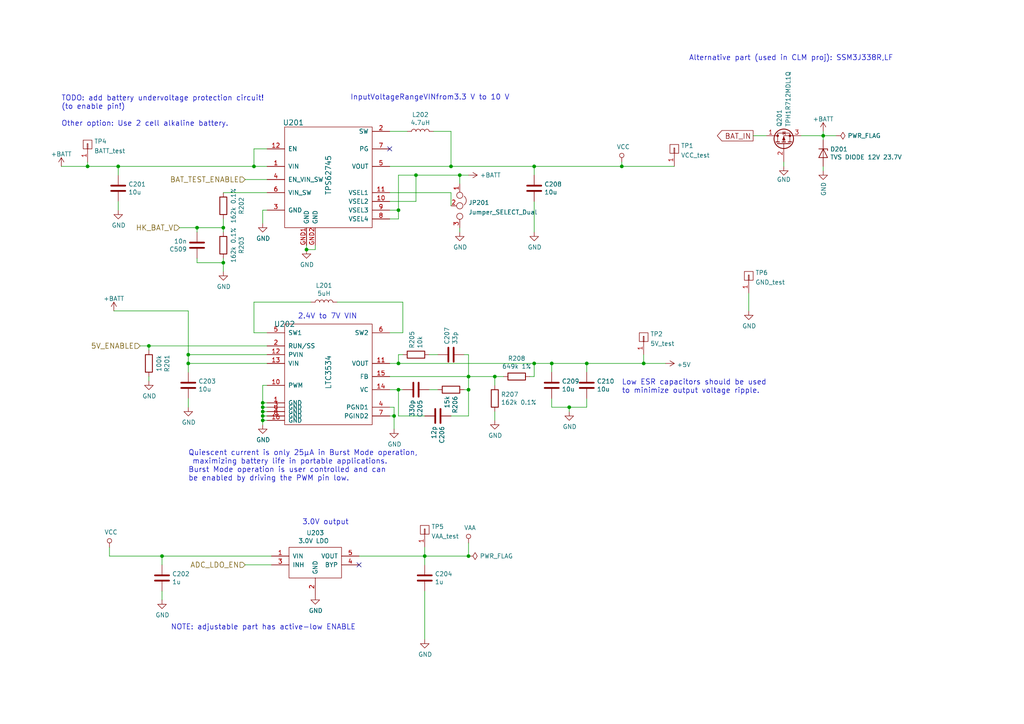
<source format=kicad_sch>
(kicad_sch (version 20211123) (generator eeschema)
  (paper "A4")
  (title_block (title "NB2-MAIN") (date "2022-01-30") (rev "3.2") (company "Octanis Instruments GmbH"))
  (lib_symbols
    (symbol "Device:D_Zener" (pin_numbers hide) (pin_names (offset 1.016) hide)
      (property "Reference" "D" (at 0 2.54 0))
      (property "Value" "Device_D_Zener" (at 0 -2.54 0))
      (symbol "D_Zener_0_1"
        (polyline (pts (xy 1.27 0) (xy -1.27 0)))
        (polyline (pts (xy -1.27 -1.27) (xy -1.27 1.27) (xy -0.762 1.27)) (stroke (width 0.2032)))
        (polyline (pts (xy 1.27 -1.27) (xy 1.27 1.27) (xy -1.27 0) (xy 1.27 -1.27)) (stroke (width 0.2032)))
      )
      (symbol "D_Zener_1_1"
        (pin passive line (at -3.81 0 0) (length 2.54) (name "K") (number "1"))
        (pin passive line (at 3.81 0 180) (length 2.54) (name "A") (number "2"))
      )
    )
    (symbol "Nestbox_v2-rescue:+5V-power1" (power) (pin_names (offset 0))
      (property "Value" "+5V-power1" (at 0 3.556 0))
      (symbol "+5V-power1_0_1"
        (polyline (pts (xy -0.762 1.27) (xy 0 2.54)))
        (polyline (pts (xy 0 0) (xy 0 2.54)))
        (polyline (pts (xy 0 2.54) (xy 0.762 1.27)))
      )
      (symbol "+5V-power1_1_1"
        (pin power_in line (at 0 0 90) (length 0) hide (name "+5V") (number "1"))
      )
    )
    (symbol "Nestbox_v2-rescue:+BATT-power1" (power) (pin_names (offset 0))
      (property "Value" "+BATT-power1" (at 0 3.556 0))
      (symbol "+BATT-power1_0_1"
        (polyline (pts (xy -0.762 1.27) (xy 0 2.54)))
        (polyline (pts (xy 0 0) (xy 0 2.54)))
        (polyline (pts (xy 0 2.54) (xy 0.762 1.27)))
      )
      (symbol "+BATT-power1_1_1"
        (pin power_in line (at 0 0 90) (length 0) hide (name "+BATT") (number "1"))
      )
    )
    (symbol "Nestbox_v2-rescue:C-device" (pin_numbers hide) (pin_names (offset 0.254))
      (property "Reference" "C" (at 0.635 2.54 0))
      (property "Value" "C-device" (at 0.635 -2.54 0))
      (symbol "C-device_0_1"
        (polyline (pts (xy -2.032 -0.762) (xy 2.032 -0.762)) (stroke (width 0.508)))
        (polyline (pts (xy -2.032 0.762) (xy 2.032 0.762)) (stroke (width 0.508)))
      )
      (symbol "C-device_1_1"
        (pin passive line (at 0 3.81 270) (length 2.794) (name "~") (number "1"))
        (pin passive line (at 0 -3.81 90) (length 2.794) (name "~") (number "2"))
      )
    )
    (symbol "Nestbox_v2-rescue:CONN_01X01" (pin_names (offset 1.016) hide)
      (property "Reference" "J" (at 0 2.54 0))
      (property "Value" "CONN_01X01" (at 2.54 0 90))
      (symbol "CONN_01X01_0_1"
        (rectangle (start -1.27 0.127) (end 0.254 -0.127))
        (rectangle (start -1.27 1.27) (end 1.27 -1.27))
      )
      (symbol "CONN_01X01_1_1"
        (pin passive line (at -5.08 0 0) (length 3.81) (name "P1") (number "1"))
      )
    )
    (symbol "Nestbox_v2-rescue:GND-power1" (power) (pin_names (offset 0))
      (property "Value" "GND-power1" (at 0 -3.81 0))
      (symbol "GND-power1_0_1"
        (polyline (pts (xy 0 0) (xy 0 -1.27) (xy 1.27 -1.27) (xy 0 -2.54) (xy -1.27 -1.27) (xy 0 -1.27)))
      )
      (symbol "GND-power1_1_1"
        (pin power_in line (at 0 0 270) (length 0) hide (name "GND") (number "1"))
      )
    )
    (symbol "Nestbox_v2-rescue:L-device" (pin_numbers hide) (pin_names (offset 1.016) hide)
      (property "Reference" "L" (at -1.27 0 90))
      (property "Value" "L-device" (at 1.905 0 90))
      (symbol "L-device_0_1"
        (arc (start 0 -2.54) (mid 0.635 -1.905) (end 0 -1.27))
        (arc (start 0 -1.27) (mid 0.635 -0.635) (end 0 0))
        (arc (start 0 0) (mid 0.635 0.635) (end 0 1.27))
        (arc (start 0 1.27) (mid 0.635 1.905) (end 0 2.54))
      )
      (symbol "L-device_1_1"
        (pin passive line (at 0 3.81 270) (length 1.27) (name "1") (number "1"))
        (pin passive line (at 0 -3.81 90) (length 1.27) (name "2") (number "2"))
      )
    )
    (symbol "Nestbox_v2-rescue:LD3985M" (pin_names (offset 1.016))
      (property "Reference" "U" (at 6.35 -6.35 0))
      (property "Value" "LD3985M" (at 0 5.08 0))
      (symbol "LD3985M_0_1"
        (rectangle (start -7.62 3.81) (end 7.62 -5.08))
      )
      (symbol "LD3985M_1_1"
        (pin input line (at -12.7 1.27 0) (length 5.08) (name "VIN") (number "1"))
        (pin input line (at 0 -10.16 90) (length 5.08) (name "GND") (number "2"))
        (pin input line (at -12.7 -1.27 0) (length 5.08) (name "INH") (number "3"))
        (pin input line (at 12.7 -1.27 180) (length 5.08) (name "BYP") (number "4"))
        (pin input line (at 12.7 1.27 180) (length 5.08) (name "VOUT") (number "5"))
      )
    )
    (symbol "Nestbox_v2-rescue:LTC3534-Octanis3" (pin_names (offset 1.016))
      (property "Reference" "U" (at 0 0 0))
      (property "Value" "LTC3534-Octanis3" (at 12.7 -13.97 90))
      (symbol "LTC3534-Octanis3_0_1"
        (rectangle (start 0 0) (end 25.4 -29.21))
      )
      (symbol "LTC3534-Octanis3_1_1"
        (pin input line (at -5.08 -22.86 0) (length 5.08) (name "GND") (number "1"))
        (pin passive line (at -5.08 -17.78 0) (length 5.08) (name "PWM") (number "10"))
        (pin power_out line (at 30.48 -11.43 180) (length 5.08) (name "VOUT") (number "11"))
        (pin passive line (at -5.08 -8.89 0) (length 5.08) (name "PVIN") (number "12"))
        (pin power_in line (at -5.08 -11.43 0) (length 5.08) (name "VIN") (number "13"))
        (pin power_out line (at 30.48 -19.05 180) (length 5.08) (name "VC") (number "14"))
        (pin input line (at 30.48 -15.24 180) (length 5.08) (name "FB") (number "15"))
        (pin passive line (at -5.08 -27.94 0) (length 5.08) (name "GND") (number "16"))
        (pin input line (at -5.08 -6.35 0) (length 5.08) (name "RUN/SS") (number "2"))
        (pin passive line (at -5.08 -24.13 0) (length 5.08) (name "GND") (number "3"))
        (pin open_collector line (at 30.48 -24.13 180) (length 5.08) (name "PGND1") (number "4"))
        (pin input line (at -5.08 -2.54 0) (length 5.08) (name "SW1") (number "5"))
        (pin passive line (at 30.48 -2.54 180) (length 5.08) (name "SW2") (number "6"))
        (pin passive line (at 30.48 -26.67 180) (length 5.08) (name "PGIND2") (number "7"))
        (pin passive line (at -5.08 -26.67 0) (length 5.08) (name "GND") (number "8"))
        (pin passive line (at -5.08 -25.4 0) (length 5.08) (name "GND") (number "9"))
      )
    )
    (symbol "Nestbox_v2-rescue:Q_PMOS_DGS-device" (pin_names (offset 0) hide)
      (property "Reference" "Q" (at 5.08 1.27 0))
      (property "Value" "Q_PMOS_DGS-device" (at 5.08 -1.27 0))
      (symbol "Q_PMOS_DGS-device_0_1"
        (polyline (pts (xy 0.0508 0) (xy 0.254 0)))
        (polyline (pts (xy 0.762 -1.778) (xy 2.54 -1.778)))
        (polyline (pts (xy 0.762 -1.27) (xy 0.762 -2.286)) (stroke (width 0.254)))
        (polyline (pts (xy 0.762 0) (xy 2.54 0)))
        (polyline (pts (xy 0.762 0.508) (xy 0.762 -0.508)) (stroke (width 0.254)))
        (polyline (pts (xy 0.762 1.778) (xy 2.54 1.778)))
        (polyline (pts (xy 0.762 2.286) (xy 0.762 1.27)) (stroke (width 0.254)))
        (polyline (pts (xy 2.54 -1.778) (xy 2.54 -2.54)))
        (polyline (pts (xy 2.54 -1.778) (xy 2.54 0)))
        (polyline (pts (xy 2.54 2.54) (xy 2.54 1.778)))
        (polyline (pts (xy 0.254 1.905) (xy 0.254 -1.905) (xy 0.254 -1.905)) (stroke (width 0.254)))
        (polyline (pts (xy 2.286 0) (xy 1.27 -0.381) (xy 1.27 0.381) (xy 2.286 0)) (fill (type outline)))
        (polyline (pts (xy 2.54 -1.778) (xy 3.302 -1.778) (xy 3.302 1.778) (xy 2.54 1.778)))
        (polyline (pts (xy 2.794 -0.508) (xy 2.921 -0.381) (xy 3.683 -0.381) (xy 3.81 -0.254)))
        (polyline (pts (xy 3.302 -0.381) (xy 2.921 0.254) (xy 3.683 0.254) (xy 3.302 -0.381)))
        (circle (center 1.651 0) (radius 2.8194) (stroke (width 0.254)))
        (circle (center 2.54 -1.778) (radius 0.2794) (fill (type outline)))
        (circle (center 2.54 1.778) (radius 0.2794) (fill (type outline)))
      )
      (symbol "Q_PMOS_DGS-device_1_1"
        (pin passive line (at 2.54 5.08 270) (length 2.54) (name "D") (number "1"))
        (pin input line (at -5.08 0 0) (length 5.08) (name "G") (number "2"))
        (pin passive line (at 2.54 -5.08 90) (length 2.54) (name "S") (number "3"))
      )
    )
    (symbol "Nestbox_v2-rescue:R-device" (pin_numbers hide) (pin_names (offset 0))
      (property "Reference" "R" (at 2.032 0 90))
      (property "Value" "R-device" (at 0 0 90))
      (symbol "R-device_0_1"
        (rectangle (start -1.016 -2.54) (end 1.016 2.54) (stroke (width 0.254)))
      )
      (symbol "R-device_1_1"
        (pin passive line (at 0 3.81 270) (length 1.27) (name "~") (number "1"))
        (pin passive line (at 0 -3.81 90) (length 1.27) (name "~") (number "2"))
      )
    )
    (symbol "Nestbox_v2-rescue:TPS62745-Octanis3" (pin_names (offset 1.016))
      (property "Reference" "U" (at 0 0 0))
      (property "Value" "TPS62745-Octanis3" (at 12.7 -13.97 90))
      (symbol "TPS62745-Octanis3_0_1"
        (rectangle (start 0 0) (end 25.4 -29.21))
      )
      (symbol "TPS62745-Octanis3_1_1"
        (pin power_in line (at -5.08 -11.43 0) (length 5.08) (name "VIN") (number "1"))
        (pin input line (at 30.48 -21.59 180) (length 5.08) (name "VSEL2") (number "10"))
        (pin passive line (at 30.48 -19.05 180) (length 5.08) (name "VSEL1") (number "11"))
        (pin input line (at -5.08 -6.35 0) (length 5.08) (name "EN") (number "12"))
        (pin passive line (at 30.48 -1.27 180) (length 5.08) (name "SW") (number "2"))
        (pin passive line (at -5.08 -24.13 0) (length 5.08) (name "GND") (number "3"))
        (pin passive line (at -5.08 -15.24 0) (length 5.08) (name "EN_VIN_SW") (number "4"))
        (pin power_out line (at 30.48 -11.43 180) (length 5.08) (name "VOUT") (number "5"))
        (pin input line (at -5.08 -19.05 0) (length 5.08) (name "VIN_SW") (number "6"))
        (pin output line (at 30.48 -6.35 180) (length 5.08) (name "PG") (number "7"))
        (pin input line (at 30.48 -26.67 180) (length 5.08) (name "VSEL4") (number "8"))
        (pin input line (at 30.48 -24.13 180) (length 5.08) (name "VSEL3") (number "9"))
        (pin passive line (at 6.35 -34.29 90) (length 5.08) (name "GND") (number "GND1"))
        (pin passive line (at 8.89 -34.29 90) (length 5.08) (name "GND") (number "GND2"))
      )
    )
    (symbol "Nestbox_v2-rescue:VAA-power1" (power) (pin_names (offset 0))
      (property "Value" "VAA-power1" (at 0 3.81 0))
      (symbol "VAA-power1_0_1"
        (polyline (pts (xy 0 0) (xy 0 1.27)))
        (circle (center 0 1.905) (radius 0.635))
      )
      (symbol "VAA-power1_1_1"
        (pin power_in line (at 0 0 90) (length 0) hide (name "VAA") (number "1"))
      )
    )
    (symbol "Octanis3:Jumper_SELECT_Dual" (pin_names (offset 0.762) hide)
      (property "Reference" "JP" (at 1.27 -2.54 0))
      (property "Value" "Jumper_SELECT_Dual" (at 0 2.54 0))
      (symbol "Jumper_SELECT_Dual_0_1"
        (circle (center -3.048 0) (radius 0.889))
        (arc (start -0.254 1.27) (mid -1.524 1.8804) (end -2.794 1.27))
        (circle (center 0 0) (radius 0.9144))
        (circle (center 3.048 0) (radius 0.889))
        (pin passive line (at -6.35 0 0) (length 2.413) (name "1") (number "1"))
        (pin passive line (at 0 -2.54 90) (length 1.524) (name "2") (number "2"))
        (pin passive line (at 6.35 0 180) (length 2.413) (name "3") (number "3"))
      )
    )
    (symbol "power:GND" (power) (pin_names (offset 0))
      (property "Value" "power_GND" (at 0 -3.81 0))
      (symbol "GND_0_1"
        (polyline (pts (xy 0 0) (xy 0 -1.27) (xy 1.27 -1.27) (xy 0 -2.54) (xy -1.27 -1.27) (xy 0 -1.27)))
      )
      (symbol "GND_1_1"
        (pin power_in line (at 0 0 270) (length 0) hide (name "GND") (number "1"))
      )
    )
    (symbol "power:PWR_FLAG" (power) (pin_numbers hide) (pin_names (offset 0) hide)
      (property "Value" "power_PWR_FLAG" (at 0 3.81 0))
      (symbol "PWR_FLAG_0_0"
        (pin power_out line (at 0 0 90) (length 0) (name "pwr") (number "1"))
      )
      (symbol "PWR_FLAG_0_1"
        (polyline (pts (xy 0 0) (xy 0 1.27) (xy -1.016 1.905) (xy 0 2.54) (xy 1.016 1.905) (xy 0 1.27)))
      )
    )
    (symbol "power:VCC" (power) (pin_names (offset 0))
      (property "Value" "power_VCC" (at 0 3.81 0))
      (symbol "VCC_0_1"
        (polyline (pts (xy 0 0) (xy 0 1.27)))
        (circle (center 0 1.905) (radius 0.635))
      )
      (symbol "VCC_1_1"
        (pin power_in line (at 0 0 90) (length 0) hide (name "VCC") (number "1"))
      )
    )
  )
  (junction (at 135.89 109.22))
  (junction (at 123.19 161.29))
  (junction (at 154.94 105.41))
  (junction (at 160.02 105.41))
  (junction (at 115.57 105.41))
  (junction (at 76.2 120.65))
  (junction (at 73.66 48.26))
  (junction (at 135.89 161.29))
  (junction (at 25.4 48.26))
  (junction (at 46.99 161.29))
  (junction (at 135.89 113.03))
  (junction (at 76.2 121.92))
  (junction (at 76.2 119.38))
  (junction (at 154.94 48.26))
  (junction (at 64.77 76.2))
  (junction (at 54.61 102.87))
  (junction (at 76.2 116.84))
  (junction (at 165.1 118.11))
  (junction (at 170.18 105.41))
  (junction (at 114.3 120.65))
  (junction (at 180.34 48.26))
  (junction (at 64.77 66.04))
  (junction (at 143.51 109.22))
  (junction (at 88.9 72.39))
  (junction (at 57.15 66.04))
  (junction (at 130.81 48.26))
  (junction (at 120.65 50.8))
  (junction (at 115.57 113.03))
  (junction (at 115.57 60.96))
  (junction (at 54.61 105.41))
  (junction (at 238.76 39.37))
  (junction (at 133.35 50.8))
  (junction (at 43.18 100.33))
  (junction (at 34.29 48.26))
  (junction (at 76.2 118.11))
  (junction (at 186.69 105.41))
  (no_connect (at 113.03 43.18))
  (no_connect (at 104.14 163.83))
  (wire (pts (xy 133.35 50.8) (xy 135.89 50.8)))
  (wire (pts (xy 160.02 118.11) (xy 165.1 118.11)))
  (wire (pts (xy 113.03 109.22) (xy 135.89 109.22)))
  (wire (pts (xy 113.03 58.42) (xy 120.65 58.42)))
  (wire (pts (xy 34.29 48.26) (xy 34.29 50.8)))
  (wire (pts (xy 135.89 113.03) (xy 134.62 113.03)))
  (wire (pts (xy 124.46 113.03) (xy 127 113.03)))
  (wire (pts (xy 43.18 101.6) (xy 43.18 100.33)))
  (wire (pts (xy 125.73 38.1) (xy 130.81 38.1)))
  (wire (pts (xy 123.19 171.45) (xy 123.19 185.42)))
  (wire (pts (xy 238.76 39.37) (xy 232.41 39.37)))
  (wire (pts (xy 76.2 116.84) (xy 76.2 118.11)))
  (wire (pts (xy 130.81 55.88) (xy 130.81 59.69)))
  (wire (pts (xy 123.19 161.29) (xy 135.89 161.29)))
  (wire (pts (xy 57.15 66.04) (xy 57.15 67.31)))
  (wire (pts (xy 77.47 111.76) (xy 76.2 111.76)))
  (wire (pts (xy 123.19 120.65) (xy 115.57 120.65)))
  (wire (pts (xy 33.02 90.17) (xy 54.61 90.17)))
  (wire (pts (xy 90.17 87.63) (xy 73.66 87.63)))
  (wire (pts (xy 34.29 48.26) (xy 73.66 48.26)))
  (wire (pts (xy 115.57 120.65) (xy 115.57 113.03)))
  (wire (pts (xy 104.14 161.29) (xy 123.19 161.29)))
  (wire (pts (xy 57.15 66.04) (xy 52.07 66.04)))
  (wire (pts (xy 165.1 118.11) (xy 165.1 119.38)))
  (wire (pts (xy 180.34 46.99) (xy 180.34 48.26)))
  (wire (pts (xy 46.99 173.99) (xy 46.99 171.45)))
  (wire (pts (xy 77.47 55.88) (xy 64.77 55.88)))
  (wire (pts (xy 120.65 50.8) (xy 133.35 50.8)))
  (wire (pts (xy 186.69 102.87) (xy 186.69 105.41)))
  (wire (pts (xy 64.77 76.2) (xy 64.77 74.93)))
  (wire (pts (xy 170.18 105.41) (xy 186.69 105.41)))
  (wire (pts (xy 133.35 66.04) (xy 133.35 67.31)))
  (wire (pts (xy 116.84 96.52) (xy 113.03 96.52)))
  (wire (pts (xy 54.61 105.41) (xy 54.61 107.95)))
  (wire (pts (xy 113.03 105.41) (xy 115.57 105.41)))
  (wire (pts (xy 77.47 52.07) (xy 71.12 52.07)))
  (wire (pts (xy 116.84 87.63) (xy 116.84 96.52)))
  (wire (pts (xy 31.75 158.75) (xy 31.75 161.29)))
  (wire (pts (xy 54.61 102.87) (xy 54.61 105.41)))
  (wire (pts (xy 124.46 102.87) (xy 127 102.87)))
  (wire (pts (xy 64.77 66.04) (xy 64.77 67.31)))
  (wire (pts (xy 64.77 63.5) (xy 64.77 66.04)))
  (wire (pts (xy 143.51 109.22) (xy 146.05 109.22)))
  (wire (pts (xy 238.76 49.53) (xy 238.76 48.26)))
  (wire (pts (xy 135.89 113.03) (xy 135.89 120.65)))
  (wire (pts (xy 43.18 100.33) (xy 77.47 100.33)))
  (wire (pts (xy 76.2 64.77) (xy 76.2 60.96)))
  (wire (pts (xy 46.99 161.29) (xy 78.74 161.29)))
  (wire (pts (xy 25.4 48.26) (xy 34.29 48.26)))
  (wire (pts (xy 238.76 38.1) (xy 238.76 39.37)))
  (wire (pts (xy 186.69 105.41) (xy 193.04 105.41)))
  (wire (pts (xy 34.29 60.96) (xy 34.29 58.42)))
  (wire (pts (xy 115.57 60.96) (xy 115.57 63.5)))
  (wire (pts (xy 154.94 58.42) (xy 154.94 67.31)))
  (wire (pts (xy 113.03 113.03) (xy 115.57 113.03)))
  (wire (pts (xy 77.47 120.65) (xy 76.2 120.65)))
  (wire (pts (xy 143.51 109.22) (xy 143.51 111.76)))
  (wire (pts (xy 76.2 119.38) (xy 76.2 120.65)))
  (wire (pts (xy 115.57 50.8) (xy 120.65 50.8)))
  (wire (pts (xy 133.35 50.8) (xy 133.35 53.34)))
  (wire (pts (xy 123.19 158.75) (xy 123.19 161.29)))
  (wire (pts (xy 130.81 48.26) (xy 154.94 48.26)))
  (wire (pts (xy 73.66 43.18) (xy 77.47 43.18)))
  (wire (pts (xy 71.12 163.83) (xy 78.74 163.83)))
  (wire (pts (xy 115.57 105.41) (xy 115.57 102.87)))
  (wire (pts (xy 73.66 96.52) (xy 77.47 96.52)))
  (wire (pts (xy 154.94 48.26) (xy 154.94 50.8)))
  (wire (pts (xy 46.99 161.29) (xy 46.99 163.83)))
  (wire (pts (xy 115.57 63.5) (xy 113.03 63.5)))
  (wire (pts (xy 40.64 100.33) (xy 43.18 100.33)))
  (wire (pts (xy 73.66 48.26) (xy 77.47 48.26)))
  (wire (pts (xy 88.9 72.39) (xy 91.44 72.39)))
  (wire (pts (xy 222.25 39.37) (xy 218.44 39.37)))
  (wire (pts (xy 135.89 157.48) (xy 135.89 161.29)))
  (wire (pts (xy 114.3 118.11) (xy 114.3 120.65)))
  (wire (pts (xy 160.02 105.41) (xy 160.02 107.95)))
  (wire (pts (xy 118.11 38.1) (xy 113.03 38.1)))
  (wire (pts (xy 120.65 50.8) (xy 120.65 58.42)))
  (wire (pts (xy 77.47 121.92) (xy 76.2 121.92)))
  (wire (pts (xy 76.2 60.96) (xy 77.47 60.96)))
  (wire (pts (xy 77.47 118.11) (xy 76.2 118.11)))
  (wire (pts (xy 91.44 72.39) (xy 91.44 71.12)))
  (wire (pts (xy 113.03 55.88) (xy 130.81 55.88)))
  (wire (pts (xy 123.19 161.29) (xy 123.19 163.83)))
  (wire (pts (xy 135.89 102.87) (xy 134.62 102.87)))
  (wire (pts (xy 135.89 109.22) (xy 135.89 113.03)))
  (wire (pts (xy 135.89 102.87) (xy 135.89 109.22)))
  (wire (pts (xy 160.02 115.57) (xy 160.02 118.11)))
  (wire (pts (xy 54.61 118.11) (xy 54.61 115.57)))
  (wire (pts (xy 180.34 48.26) (xy 195.58 48.26)))
  (wire (pts (xy 238.76 39.37) (xy 238.76 40.64)))
  (wire (pts (xy 43.18 110.49) (xy 43.18 109.22)))
  (wire (pts (xy 114.3 120.65) (xy 114.3 124.46)))
  (wire (pts (xy 242.57 39.37) (xy 238.76 39.37)))
  (wire (pts (xy 135.89 120.65) (xy 130.81 120.65)))
  (wire (pts (xy 76.2 121.92) (xy 76.2 123.19)))
  (wire (pts (xy 115.57 60.96) (xy 115.57 50.8)))
  (wire (pts (xy 113.03 118.11) (xy 114.3 118.11)))
  (wire (pts (xy 77.47 102.87) (xy 54.61 102.87)))
  (wire (pts (xy 130.81 38.1) (xy 130.81 48.26)))
  (wire (pts (xy 154.94 109.22) (xy 153.67 109.22)))
  (wire (pts (xy 170.18 105.41) (xy 170.18 107.95)))
  (wire (pts (xy 227.33 46.99) (xy 227.33 48.26)))
  (wire (pts (xy 217.17 85.09) (xy 217.17 90.17)))
  (wire (pts (xy 88.9 71.12) (xy 88.9 72.39)))
  (wire (pts (xy 154.94 109.22) (xy 154.94 105.41)))
  (wire (pts (xy 97.79 87.63) (xy 116.84 87.63)))
  (wire (pts (xy 77.47 119.38) (xy 76.2 119.38)))
  (wire (pts (xy 73.66 48.26) (xy 73.66 43.18)))
  (wire (pts (xy 143.51 119.38) (xy 143.51 121.92)))
  (wire (pts (xy 115.57 105.41) (xy 154.94 105.41)))
  (wire (pts (xy 17.78 48.26) (xy 25.4 48.26)))
  (wire (pts (xy 77.47 116.84) (xy 76.2 116.84)))
  (wire (pts (xy 76.2 111.76) (xy 76.2 116.84)))
  (wire (pts (xy 154.94 48.26) (xy 180.34 48.26)))
  (wire (pts (xy 25.4 46.99) (xy 25.4 48.26)))
  (wire (pts (xy 135.89 109.22) (xy 143.51 109.22)))
  (wire (pts (xy 73.66 87.63) (xy 73.66 96.52)))
  (wire (pts (xy 64.77 66.04) (xy 57.15 66.04)))
  (wire (pts (xy 160.02 105.41) (xy 170.18 105.41)))
  (wire (pts (xy 113.03 120.65) (xy 114.3 120.65)))
  (wire (pts (xy 76.2 120.65) (xy 76.2 121.92)))
  (wire (pts (xy 57.15 76.2) (xy 64.77 76.2)))
  (wire (pts (xy 154.94 105.41) (xy 160.02 105.41)))
  (wire (pts (xy 113.03 60.96) (xy 115.57 60.96)))
  (wire (pts (xy 76.2 118.11) (xy 76.2 119.38)))
  (wire (pts (xy 31.75 161.29) (xy 46.99 161.29)))
  (wire (pts (xy 54.61 90.17) (xy 54.61 102.87)))
  (wire (pts (xy 113.03 48.26) (xy 130.81 48.26)))
  (wire (pts (xy 57.15 74.93) (xy 57.15 76.2)))
  (wire (pts (xy 165.1 118.11) (xy 170.18 118.11)))
  (wire (pts (xy 170.18 118.11) (xy 170.18 115.57)))
  (wire (pts (xy 115.57 102.87) (xy 116.84 102.87)))
  (wire (pts (xy 115.57 113.03) (xy 116.84 113.03)))
  (wire (pts (xy 64.77 78.74) (xy 64.77 76.2)))
  (wire (pts (xy 54.61 105.41) (xy 77.47 105.41)))
  (text "InputVoltageRangeVINfrom3.3 V to 10 V" (at 101.6 29.21 0) (effects (font (size 1.524 1.524)) (justify left bottom)))
  (text "Alternative part (used in CLM proj): SSM3J338R,LF" (at 259.08 17.78 180) (effects (font (size 1.524 1.524)) (justify right bottom)))
  (text "TODO: add battery undervoltage protection circuit!\n(to enable pin!)\n\nOther option: Use 2 cell alkaline battery. " (at 17.78 36.83 0) (effects (font (size 1.524 1.524)) (justify left bottom)))
  (text "Low ESR capacitors should be used \nto minimize output voltage ripple. \n" (at 180.34 114.3 0) (effects (font (size 1.524 1.524)) (justify left bottom)))
  (text "Quiescent current is only 25μA in Burst Mode operation,\n maximizing battery life in portable applications. \nBurst Mode operation is user controlled and can \nbe enabled by driving the PWM pin low." (at 54.61 139.7 0) (effects (font (size 1.524 1.524)) (justify left bottom)))
  (text "NOTE: adjustable part has active-low ENABLE" (at 49.53 182.88 0) (effects (font (size 1.524 1.524)) (justify left bottom)))
  (text "3.0V output" (at 87.63 152.4 0) (effects (font (size 1.524 1.524)) (justify left bottom)))
  (text "2.4V to 7V VIN" (at 86.36 92.71 0) (effects (font (size 1.524 1.524)) (justify left bottom)))
  (global_label "BAT_IN" (shape output) (at 218.44 39.37 180) (effects (font (size 1.524 1.524))) (property "Intersheet References" "${INTERSHEET_REFS}" (effects hide)))
  (hierarchical_label "5V_ENABLE" (shape input) (at 40.64 100.33 180) (effects (font (size 1.524 1.524))))
  (hierarchical_label "ADC_LDO_EN" (shape input) (at 71.12 163.83 180) (effects (font (size 1.524 1.524))))
  (hierarchical_label "BAT_TEST_ENABLE" (shape input) (at 71.12 52.07 180) (effects (font (size 1.524 1.524))))
  (hierarchical_label "HK_BAT_V" (shape input) (at 52.07 66.04 180) (effects (font (size 1.524 1.524))))
  (symbol (lib_id "Nestbox_v2-rescue:L-device") (at 93.98 87.63 90) (unit 1)
    (property "Reference" "L201" (at 93.98 82.804 90))
    (property "Value" "5uH" (at 93.98 85.1154 90))
    (property "Footprint" "Inductor_SMD:L_Taiyo-Yuden_NR-60xx_HandSoldering" (effects hide))
    (property "MPN" "MSS7341-502NLD" (effects hide))
  )
  (symbol (lib_id "Nestbox_v2-rescue:GND-power1") (at 76.2 64.77 0) (unit 1)
    (property "Reference" "#PWR0210" (effects hide))
    (property "Value" "GND" (at 76.327 69.1642 0))
  )
  (symbol (lib_id "Nestbox_v2-rescue:C-device") (at 34.29 54.61 0) (unit 1)
    (property "Reference" "C201" (at 37.211 53.4416 0) (effects (justify left)))
    (property "Value" "10u" (at 37.211 55.753 0) (effects (justify left)))
    (property "Footprint" "Capacitor_SMD:C_0805_2012Metric" (effects hide))
  )
  (symbol (lib_id "Nestbox_v2-rescue:GND-power1") (at 34.29 60.96 0) (unit 1)
    (property "Reference" "#PWR0205" (effects hide))
    (property "Value" "GND" (at 34.417 65.3542 0))
  )
  (symbol (lib_id "Nestbox_v2-rescue:L-device") (at 121.92 38.1 90) (unit 1)
    (property "Reference" "L202" (at 121.92 33.274 90))
    (property "Value" "4.7uH" (at 121.92 35.5854 90))
    (property "Footprint" "Inductor_SMD:L_1008_2520Metric" (effects hide))
    (property "MPN" "DFE252010P-4R7M=P2" (effects hide))
  )
  (symbol (lib_id "Nestbox_v2-rescue:GND-power1") (at 76.2 123.19 0) (unit 1)
    (property "Reference" "#PWR0211" (effects hide))
    (property "Value" "GND" (at 76.327 127.5842 0))
  )
  (symbol (lib_id "Nestbox_v2-rescue:C-device") (at 54.61 111.76 0) (unit 1)
    (property "Reference" "C203" (at 57.531 110.5916 0) (effects (justify left)))
    (property "Value" "10u" (at 57.531 112.903 0) (effects (justify left)))
    (property "Footprint" "Capacitor_SMD:C_0805_2012Metric" (effects hide))
  )
  (symbol (lib_id "Nestbox_v2-rescue:GND-power1") (at 54.61 118.11 0) (unit 1)
    (property "Reference" "#PWR0207" (effects hide))
    (property "Value" "GND" (at 54.737 122.5042 0))
  )
  (symbol (lib_id "Nestbox_v2-rescue:+5V-power1") (at 193.04 105.41 270) (unit 1)
    (property "Reference" "#PWR0223" (effects hide))
    (property "Value" "+5V" (at 196.2912 105.791 90) (effects (justify left)))
  )
  (symbol (lib_id "Nestbox_v2-rescue:R-device") (at 149.86 109.22 270) (unit 1)
    (property "Reference" "R208" (at 149.86 103.9622 90))
    (property "Value" "649k 1%" (at 149.86 106.2736 90))
    (property "Footprint" "Resistor_SMD:R_0603_1608Metric" (effects hide))
  )
  (symbol (lib_id "Nestbox_v2-rescue:R-device") (at 143.51 115.57 180) (unit 1)
    (property "Reference" "R207" (at 145.288 114.4016 0) (effects (justify right)))
    (property "Value" "162k 0.1%" (at 145.288 116.713 0) (effects (justify right)))
    (property "Footprint" "Resistor_SMD:R_0603_1608Metric" (effects hide))
  )
  (symbol (lib_id "Nestbox_v2-rescue:C-device") (at 160.02 111.76 0) (unit 1)
    (property "Reference" "C209" (at 162.941 110.5916 0) (effects (justify left)))
    (property "Value" "10u" (at 162.941 112.903 0) (effects (justify left)))
    (property "Footprint" "Capacitor_SMD:C_0805_2012Metric" (effects hide))
  )
  (symbol (lib_id "Nestbox_v2-rescue:C-device") (at 170.18 111.76 0) (unit 1)
    (property "Reference" "C210" (at 173.101 110.5916 0) (effects (justify left)))
    (property "Value" "10u" (at 173.101 112.903 0) (effects (justify left)))
    (property "Footprint" "Capacitor_SMD:C_0805_2012Metric" (effects hide))
  )
  (symbol (lib_id "Nestbox_v2-rescue:GND-power1") (at 165.1 119.38 0) (unit 1)
    (property "Reference" "#PWR0221" (effects hide))
    (property "Value" "GND" (at 165.227 123.7742 0))
  )
  (symbol (lib_id "Nestbox_v2-rescue:GND-power1") (at 143.51 121.92 0) (unit 1)
    (property "Reference" "#PWR0219" (effects hide))
    (property "Value" "GND" (at 143.637 126.3142 0))
  )
  (symbol (lib_id "Nestbox_v2-rescue:C-device") (at 154.94 54.61 0) (unit 1)
    (property "Reference" "C208" (at 157.861 53.4416 0) (effects (justify left)))
    (property "Value" "10u" (at 157.861 55.753 0) (effects (justify left)))
    (property "Footprint" "Capacitor_SMD:C_0805_2012Metric" (effects hide))
  )
  (symbol (lib_id "Nestbox_v2-rescue:GND-power1") (at 154.94 67.31 0) (unit 1)
    (property "Reference" "#PWR0220" (effects hide))
    (property "Value" "GND" (at 155.067 71.7042 0))
  )
  (symbol (lib_id "Nestbox_v2-rescue:GND-power1") (at 227.33 48.26 0) (unit 1)
    (property "Reference" "#PWR0224" (effects hide))
    (property "Value" "GND" (at 227.33 52.07 0))
  )
  (symbol (lib_id "Nestbox_v2-rescue:LD3985M") (at 91.44 162.56 0) (unit 1)
    (property "Reference" "U203" (at 91.44 154.559 0))
    (property "Value" "3.0V LDO " (at 91.44 156.8704 0))
    (property "Footprint" "Package_TO_SOT_SMD:SOT-23-5" (effects hide))
    (property "MPN" "TPS70630DBVR" (effects hide))
    (property "MPN2" "TPS7A20" (effects hide))
    (property "MPN-adj" "TPS76201QDBVRQ1 " (effects hide))
  )
  (symbol (lib_id "Nestbox_v2-rescue:GND-power1") (at 91.44 172.72 0) (unit 1)
    (property "Reference" "#PWR0214" (effects hide))
    (property "Value" "GND" (at 91.567 177.1142 0))
  )
  (symbol (lib_id "Nestbox_v2-rescue:VAA-power1") (at 135.89 157.48 0) (unit 1)
    (property "Reference" "#PWR0218" (effects hide))
    (property "Value" "VAA" (at 136.3218 153.0858 0))
  )
  (symbol (lib_id "Nestbox_v2-rescue:TPS62745-Octanis3") (at 82.55 36.83 0) (unit 1)
    (property "Reference" "U201" (at 85.09 35.56 0) (effects (font (size 1.524 1.524))))
    (property "Value" "TPS62745" (at 95.25 50.8 90) (effects (font (size 1.524 1.524))))
    (property "Footprint" "lib_fp:WSON_3x2mm_12pin" (effects hide))
    (property "MPN" "TPS62745DSSR" (effects hide))
  )
  (symbol (lib_id "Nestbox_v2-rescue:+BATT-power1") (at 17.78 48.26 0) (unit 1)
    (property "Reference" "#PWR0201" (effects hide))
    (property "Value" "+BATT" (at 17.78 44.704 0))
  )
  (symbol (lib_id "Nestbox_v2-rescue:+BATT-power1") (at 33.02 90.17 0) (unit 1)
    (property "Reference" "#PWR0203" (effects hide))
    (property "Value" "+BATT" (at 33.02 86.614 0))
  )
  (symbol (lib_id "Nestbox_v2-rescue:R-device") (at 64.77 59.69 180) (unit 1)
    (property "Reference" "R202" (at 70.0278 59.69 90))
    (property "Value" "162k 0.1%" (at 67.7164 59.69 90))
    (property "Footprint" "Resistor_SMD:R_0603_1608Metric" (effects hide))
  )
  (symbol (lib_id "Nestbox_v2-rescue:R-device") (at 64.77 71.12 180) (unit 1)
    (property "Reference" "R203" (at 70.0278 71.12 90))
    (property "Value" "162k 0.1%" (at 67.7164 71.12 90))
    (property "Footprint" "Resistor_SMD:R_0603_1608Metric" (effects hide))
  )
  (symbol (lib_id "Nestbox_v2-rescue:GND-power1") (at 64.77 78.74 0) (unit 1)
    (property "Reference" "#PWR0209" (effects hide))
    (property "Value" "GND" (at 64.897 83.1342 0))
  )
  (symbol (lib_id "Nestbox_v2-rescue:C-device") (at 46.99 167.64 0) (unit 1)
    (property "Reference" "C202" (at 49.911 166.4716 0) (effects (justify left)))
    (property "Value" "1u" (at 49.911 168.783 0) (effects (justify left)))
    (property "Footprint" "Capacitor_SMD:C_0603_1608Metric" (effects hide))
  )
  (symbol (lib_id "Nestbox_v2-rescue:GND-power1") (at 46.99 173.99 0) (unit 1)
    (property "Reference" "#PWR0206" (effects hide))
    (property "Value" "GND" (at 47.117 178.3842 0))
  )
  (symbol (lib_id "Nestbox_v2-rescue:C-device") (at 123.19 167.64 0) (unit 1)
    (property "Reference" "C204" (at 126.111 166.4716 0) (effects (justify left)))
    (property "Value" "1u" (at 126.111 168.783 0) (effects (justify left)))
    (property "Footprint" "Capacitor_SMD:C_0603_1608Metric" (effects hide))
  )
  (symbol (lib_id "Nestbox_v2-rescue:GND-power1") (at 123.19 185.42 0) (unit 1)
    (property "Reference" "#PWR0215" (effects hide))
    (property "Value" "GND" (at 123.317 189.8142 0))
  )
  (symbol (lib_id "Nestbox_v2-rescue:+BATT-power1") (at 238.76 38.1 0) (unit 1)
    (property "Reference" "#PWR0225" (effects hide))
    (property "Value" "+BATT" (at 238.76 34.544 0))
  )
  (symbol (lib_id "Nestbox_v2-rescue:LTC3534-Octanis3") (at 82.55 93.98 0) (unit 1)
    (property "Reference" "U202" (at 82.55 93.98 0) (effects (font (size 1.524 1.524))))
    (property "Value" "LTC3534" (at 95.25 107.95 90) (effects (font (size 1.524 1.524))))
    (property "Footprint" "Package_SO:SSOP-16_3.9x4.9mm_P0.635mm" (effects hide))
    (property "MPN" "LTC3534EGN#PBF" (effects hide))
  )
  (symbol (lib_id "Nestbox_v2-rescue:R-device") (at 120.65 102.87 270) (unit 1)
    (property "Reference" "R205" (at 119.4816 101.092 0) (effects (justify right)))
    (property "Value" "10k" (at 121.793 101.092 0) (effects (justify right)))
    (property "Footprint" "Resistor_SMD:R_0603_1608Metric" (effects hide))
  )
  (symbol (lib_id "Nestbox_v2-rescue:C-device") (at 130.81 102.87 90) (unit 1)
    (property "Reference" "C207" (at 129.6416 99.949 0) (effects (justify left)))
    (property "Value" "33p" (at 131.953 99.949 0) (effects (justify left)))
    (property "Footprint" "Capacitor_SMD:C_0603_1608Metric" (effects hide))
  )
  (symbol (lib_id "Nestbox_v2-rescue:R-device") (at 130.81 113.03 90) (unit 1)
    (property "Reference" "R206" (at 131.9784 114.808 0) (effects (justify right)))
    (property "Value" "15k" (at 129.667 114.808 0) (effects (justify right)))
    (property "Footprint" "Resistor_SMD:R_0603_1608Metric" (effects hide))
  )
  (symbol (lib_id "Nestbox_v2-rescue:C-device") (at 120.65 113.03 270) (unit 1)
    (property "Reference" "C205" (at 121.8184 115.951 0) (effects (justify left)))
    (property "Value" "330p" (at 119.507 115.951 0) (effects (justify left)))
    (property "Footprint" "Capacitor_SMD:C_0603_1608Metric" (effects hide))
  )
  (symbol (lib_id "Nestbox_v2-rescue:C-device") (at 127 120.65 270) (unit 1)
    (property "Reference" "C206" (at 128.1684 123.571 0) (effects (justify left)))
    (property "Value" "12p" (at 125.857 123.571 0) (effects (justify left)))
    (property "Footprint" "Capacitor_SMD:C_0603_1608Metric" (effects hide))
  )
  (symbol (lib_id "Nestbox_v2-rescue:GND-power1") (at 114.3 124.46 0) (unit 1)
    (property "Reference" "#PWR0216" (effects hide))
    (property "Value" "GND" (at 114.427 128.8542 0))
  )
  (symbol (lib_id "Nestbox_v2-rescue:+BATT-power1") (at 135.89 50.8 270) (unit 1)
    (property "Reference" "#PWR0217" (effects hide))
    (property "Value" "+BATT" (at 142.24 50.8 90))
  )
  (symbol (lib_id "Nestbox_v2-rescue:GND-power1") (at 88.9 72.39 0) (unit 1)
    (property "Reference" "#PWR0213" (effects hide))
    (property "Value" "GND" (at 89.027 76.7842 0))
  )
  (symbol (lib_id "Nestbox_v2-rescue:Q_PMOS_DGS-device") (at 227.33 41.91 90) (unit 1)
    (property "Reference" "Q201" (at 226.06 36.83 0) (effects (justify left)))
    (property "Value" "TPH1R712MDL1Q" (at 228.6 36.83 0) (effects (justify left)))
    (property "Footprint" "lib_fp:TDSON-8-1_HandSoldering" (effects hide))
    (property "MPN" "TPH1R712MD,L1Q" (effects hide))
  )
  (symbol (lib_id "Nestbox_v2-rescue:R-device") (at 43.18 105.41 180) (unit 1)
    (property "Reference" "R201" (at 48.4378 105.41 90))
    (property "Value" "100k" (at 46.1264 105.41 90))
    (property "Footprint" "Resistor_SMD:R_0603_1608Metric" (effects hide))
  )
  (symbol (lib_id "Nestbox_v2-rescue:GND-power1") (at 43.18 110.49 0) (unit 1)
    (property "Reference" "#PWR0204" (effects hide))
    (property "Value" "GND" (at 43.307 114.8842 0))
  )
  (symbol (lib_id "power:VCC") (at 31.75 158.75 0) (unit 1)
    (property "Reference" "#PWR0202" (effects hide))
    (property "Value" "VCC" (at 32.1818 154.3558 0))
  )
  (symbol (lib_id "power:VCC") (at 180.34 46.99 0) (unit 1)
    (property "Reference" "#PWR0222" (effects hide))
    (property "Value" "VCC" (at 180.7718 42.5958 0))
  )
  (symbol (lib_id "power:PWR_FLAG") (at 135.89 161.29 270) (unit 1)
    (property "Reference" "#FLG0202" (effects hide))
    (property "Value" "PWR_FLAG" (at 139.1412 161.29 90) (effects (justify left)))
  )
  (symbol (lib_id "power:PWR_FLAG") (at 242.57 39.37 270) (unit 1)
    (property "Reference" "#FLG0204" (effects hide))
    (property "Value" "PWR_FLAG" (at 245.8212 39.37 90) (effects (justify left)))
  )
  (symbol (lib_id "Nestbox_v2-rescue:GND-power1") (at 217.17 90.17 0) (unit 1)
    (property "Reference" "#PWR0111" (effects hide))
    (property "Value" "GND" (at 217.297 94.5642 0))
  )
  (symbol (lib_id "Nestbox_v2-rescue:C-device") (at 57.15 71.12 180) (unit 1)
    (property "Reference" "C509" (at 54.229 72.2884 0) (effects (justify left)))
    (property "Value" "10n" (at 54.229 69.977 0) (effects (justify left)))
    (property "Footprint" "Capacitor_SMD:C_0603_1608Metric" (effects hide))
  )
  (symbol (lib_id "Octanis3:Jumper_SELECT_Dual") (at 133.35 59.69 270) (unit 1)
    (property "Reference" "JP201" (at 135.8654 58.7815 90) (effects (justify left)))
    (property "Value" "Jumper_SELECT_Dual" (at 135.8654 61.5566 90) (effects (justify left)))
    (property "Footprint" "Jumper:SolderJumper-3_P1.3mm_Bridged2Bar12_RoundedPad1.0x1.5mm" (effects hide))
  )
  (symbol (lib_id "Nestbox_v2-rescue:CONN_01X01") (at 25.4 41.91 90) (unit 1)
    (property "Reference" "TP4" (at 27.305 41.0015 90) (effects (justify right)))
    (property "Value" "BATT_test" (at 27.305 43.7766 90) (effects (justify right)))
    (property "Footprint" "TestPoint:TestPoint_Pad_D1.0mm" (effects hide))
  )
  (symbol (lib_id "Nestbox_v2-rescue:CONN_01X01") (at 123.19 153.67 90) (unit 1)
    (property "Reference" "TP5" (at 125.095 152.7615 90) (effects (justify right)))
    (property "Value" "VAA_test" (at 125.095 155.5366 90) (effects (justify right)))
    (property "Footprint" "TestPoint:TestPoint_Pad_D1.0mm" (effects hide))
  )
  (symbol (lib_id "Device:D_Zener") (at 238.76 44.45 270) (unit 1)
    (property "Reference" "D201" (at 240.7666 43.2816 90) (effects (justify left)))
    (property "Value" "TVS DIODE 12V 23.7V" (at 240.7666 45.593 90) (effects (justify left)))
    (property "Footprint" "Diode_SMD:D_0402_1005Metric" (effects hide))
    (property "MPN" "ESD9X12ST5G" (effects hide))
  )
  (symbol (lib_id "Nestbox_v2-rescue:CONN_01X01") (at 186.69 97.79 90) (unit 1)
    (property "Reference" "TP2" (at 188.595 96.8815 90) (effects (justify right)))
    (property "Value" "5V_test" (at 188.595 99.6566 90) (effects (justify right)))
    (property "Footprint" "TestPoint:TestPoint_Pad_D1.0mm" (effects hide))
  )
  (symbol (lib_id "Nestbox_v2-rescue:GND-power1") (at 133.35 67.31 0) (unit 1)
    (property "Reference" "#PWR0110" (effects hide))
    (property "Value" "GND" (at 133.477 71.7042 0))
  )
  (symbol (lib_id "Nestbox_v2-rescue:CONN_01X01") (at 217.17 80.01 90) (unit 1)
    (property "Reference" "TP6" (at 219.075 79.1015 90) (effects (justify right)))
    (property "Value" "GND_test" (at 219.075 81.8766 90) (effects (justify right)))
    (property "Footprint" "TestPoint:TestPoint_Pad_D1.0mm" (effects hide))
  )
  (symbol (lib_id "Nestbox_v2-rescue:CONN_01X01") (at 195.58 43.18 90) (unit 1)
    (property "Reference" "TP1" (at 197.485 42.2715 90) (effects (justify right)))
    (property "Value" "VCC_test" (at 197.485 45.0466 90) (effects (justify right)))
    (property "Footprint" "TestPoint:TestPoint_Pad_D1.0mm" (effects hide))
  )
  (symbol (lib_id "power:GND") (at 238.76 49.53 0) (unit 1)
    (property "Reference" "#PWR0104" (effects hide))
    (property "Value" "GND" (at 238.887 52.7812 90) (effects (justify right)))
  )
)
</source>
